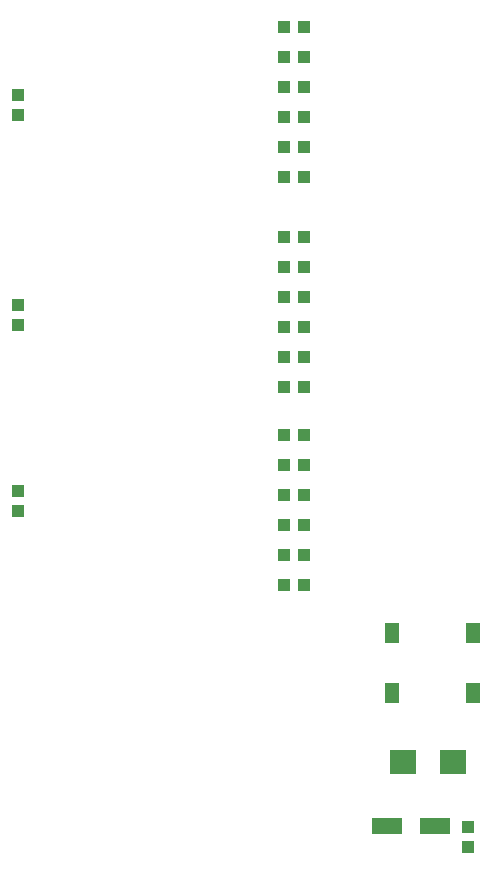
<source format=gbr>
G04 EAGLE Gerber RS-274X export*
G75*
%MOMM*%
%FSLAX34Y34*%
%LPD*%
%INSolderpaste Top*%
%IPPOS*%
%AMOC8*
5,1,8,0,0,1.08239X$1,22.5*%
G01*
%ADD10R,1.100000X1.000000*%
%ADD11R,1.000000X1.100000*%
%ADD12R,2.600000X1.400000*%
%ADD13R,2.250000X2.050000*%
%ADD14R,1.270000X1.780000*%


D10*
X71120Y399660D03*
X71120Y382660D03*
D11*
X296300Y320040D03*
X313300Y320040D03*
X313300Y345440D03*
X296300Y345440D03*
X296300Y370840D03*
X313300Y370840D03*
X296300Y396240D03*
X313300Y396240D03*
X313300Y421640D03*
X296300Y421640D03*
X296300Y447040D03*
X313300Y447040D03*
D10*
X71120Y557140D03*
X71120Y540140D03*
D11*
X296300Y487680D03*
X313300Y487680D03*
X313300Y513080D03*
X296300Y513080D03*
X296300Y538480D03*
X313300Y538480D03*
X296300Y563880D03*
X313300Y563880D03*
X313300Y589280D03*
X296300Y589280D03*
X296300Y614680D03*
X313300Y614680D03*
D10*
X71120Y734940D03*
X71120Y717940D03*
D11*
X296300Y665480D03*
X313300Y665480D03*
X313300Y690880D03*
X296300Y690880D03*
X296300Y716280D03*
X313300Y716280D03*
X296300Y741680D03*
X313300Y741680D03*
X313300Y767080D03*
X296300Y767080D03*
X296300Y792480D03*
X313300Y792480D03*
X452200Y115700D03*
X452200Y98700D03*
D12*
X383340Y116120D03*
X424340Y116120D03*
D13*
X439580Y170040D03*
X396580Y170040D03*
D14*
X387340Y279400D03*
X387340Y228600D03*
X455940Y228600D03*
X455940Y279400D03*
M02*

</source>
